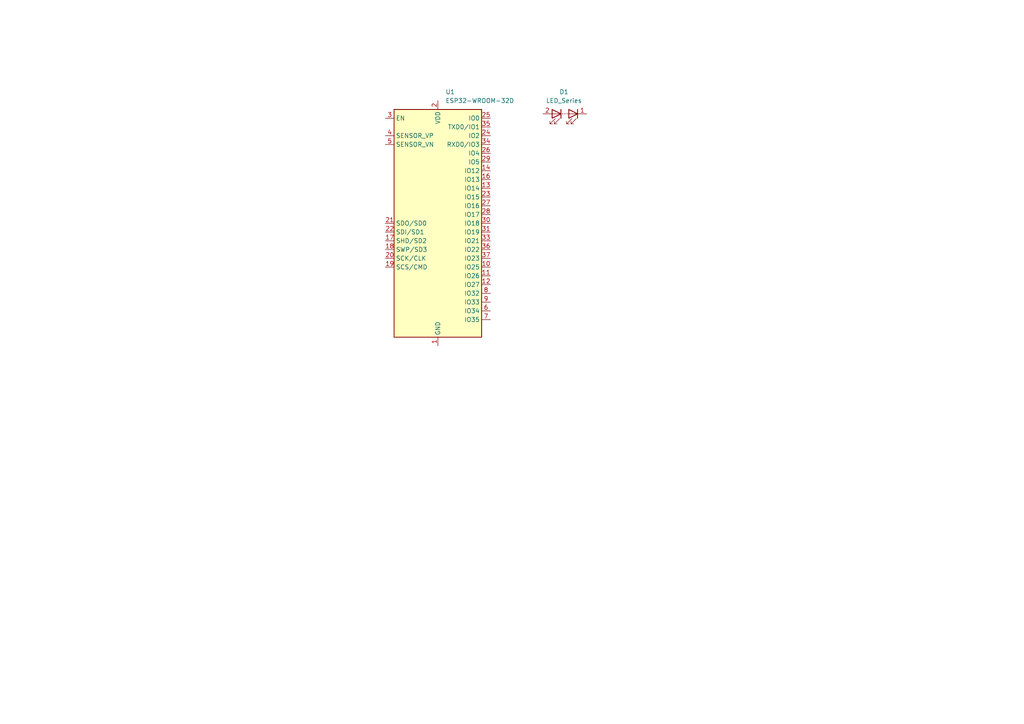
<source format=kicad_sch>
(kicad_sch (version 20231120) (generator "eeschema") (generator_version "8.0")
  (paper "A4")
  (lib_symbols
    (symbol "Device:LED_Series" (pin_names (offset 1.016) hide)
      (property "Reference" "D" (at 0 5.715 0))
      (property "Value" "LED_Series" (at 0 3.81 0))
      (symbol "LED_Series_0_1"
        (polyline (pts (xy -3.81 0) (xy -1.016 0)))
        (polyline (pts (xy -3.683 -1.27) (xy -3.683 1.27)) (stroke (width 0.254)))
        (polyline (pts (xy -0.508 0) (xy -0.762 0)))
        (polyline (pts (xy 0.127 0) (xy -0.127 0)))
        (polyline (pts (xy 0.508 0) (xy 0.762 0)))
        (polyline (pts (xy 1.016 0) (xy 3.81 0)))
        (polyline (pts (xy 1.143 -1.27) (xy 1.143 1.27)) (stroke (width 0.254)))
        (polyline (pts (xy -1.143 -1.27) (xy -1.143 1.27) (xy -3.683 0) (xy -1.143 -1.27)) (stroke (width 0.254)))
        (polyline (pts (xy 3.683 -1.27) (xy 3.683 1.27) (xy 1.143 0) (xy 3.683 -1.27)) (stroke (width 0.254)))
        (polyline (pts (xy -3.302 1.397) (xy -1.778 2.921) (xy -2.54 2.921) (xy -1.778 2.921) (xy -1.778 2.159)))
        (polyline (pts (xy -2.032 1.397) (xy -0.508 2.921) (xy -1.27 2.921) (xy -0.508 2.921) (xy -0.508 2.159)))
        (polyline (pts (xy 1.524 1.397) (xy 3.048 2.921) (xy 2.286 2.921) (xy 3.048 2.921) (xy 3.048 2.159)))
        (polyline (pts (xy 2.794 1.397) (xy 4.318 2.921) (xy 3.556 2.921) (xy 4.318 2.921) (xy 4.318 2.159)))
      )
      (symbol "LED_Series_1_1"
        (pin passive line (at -6.35 0 0) (length 2.54) (name "K") (number "1"))
        (pin passive line (at 6.35 0 180) (length 2.54) (name "A") (number "2"))
      )
    )
    (symbol "RF_Module:ESP32-WROOM-32D"
      (property "Reference" "U" (at -12.7 34.29 0))
      (property "Value" "ESP32-WROOM-32D" (at 1.27 34.29 0))
      (symbol "ESP32-WROOM-32D_0_1"
        (rectangle (start -12.7 33.02) (end 12.7 -33.02) (stroke (width 0.254)) (fill (type background)))
      )
      (symbol "ESP32-WROOM-32D_1_1"
        (pin power_in line (at 0 -35.56 90) (length 2.54) (name "GND") (number "1"))
        (pin bidirectional line (at 15.24 -12.7 180) (length 2.54) (name "IO25") (number "10"))
        (pin bidirectional line (at 15.24 -15.24 180) (length 2.54) (name "IO26") (number "11"))
        (pin bidirectional line (at 15.24 -17.78 180) (length 2.54) (name "IO27") (number "12"))
        (pin bidirectional line (at 15.24 10.16 180) (length 2.54) (name "IO14") (number "13"))
        (pin bidirectional line (at 15.24 15.24 180) (length 2.54) (name "IO12") (number "14"))
        (pin passive line (at 0 -35.56 90) (length 2.54) hide (name "GND") (number "15"))
        (pin bidirectional line (at 15.24 12.7 180) (length 2.54) (name "IO13") (number "16"))
        (pin bidirectional line (at -15.24 -5.08 0) (length 2.54) (name "SHD/SD2") (number "17"))
        (pin bidirectional line (at -15.24 -7.62 0) (length 2.54) (name "SWP/SD3") (number "18"))
        (pin bidirectional line (at -15.24 -12.7 0) (length 2.54) (name "SCS/CMD") (number "19"))
        (pin power_in line (at 0 35.56 270) (length 2.54) (name "VDD") (number "2"))
        (pin bidirectional line (at -15.24 -10.16 0) (length 2.54) (name "SCK/CLK") (number "20"))
        (pin bidirectional line (at -15.24 0 0) (length 2.54) (name "SDO/SD0") (number "21"))
        (pin bidirectional line (at -15.24 -2.54 0) (length 2.54) (name "SDI/SD1") (number "22"))
        (pin bidirectional line (at 15.24 7.62 180) (length 2.54) (name "IO15") (number "23"))
        (pin bidirectional line (at 15.24 25.4 180) (length 2.54) (name "IO2") (number "24"))
        (pin bidirectional line (at 15.24 30.48 180) (length 2.54) (name "IO0") (number "25"))
        (pin bidirectional line (at 15.24 20.32 180) (length 2.54) (name "IO4") (number "26"))
        (pin bidirectional line (at 15.24 5.08 180) (length 2.54) (name "IO16") (number "27"))
        (pin bidirectional line (at 15.24 2.54 180) (length 2.54) (name "IO17") (number "28"))
        (pin bidirectional line (at 15.24 17.78 180) (length 2.54) (name "IO5") (number "29"))
        (pin input line (at -15.24 30.48 0) (length 2.54) (name "EN") (number "3"))
        (pin bidirectional line (at 15.24 0 180) (length 2.54) (name "IO18") (number "30"))
        (pin bidirectional line (at 15.24 -2.54 180) (length 2.54) (name "IO19") (number "31"))
        (pin no_connect line (at -12.7 -27.94 0) (length 2.54) hide (name "NC") (number "32"))
        (pin bidirectional line (at 15.24 -5.08 180) (length 2.54) (name "IO21") (number "33"))
        (pin bidirectional line (at 15.24 22.86 180) (length 2.54) (name "RXD0/IO3") (number "34"))
        (pin bidirectional line (at 15.24 27.94 180) (length 2.54) (name "TXD0/IO1") (number "35"))
        (pin bidirectional line (at 15.24 -7.62 180) (length 2.54) (name "IO22") (number "36"))
        (pin bidirectional line (at 15.24 -10.16 180) (length 2.54) (name "IO23") (number "37"))
        (pin passive line (at 0 -35.56 90) (length 2.54) hide (name "GND") (number "38"))
        (pin passive line (at 0 -35.56 90) (length 2.54) hide (name "GND") (number "39"))
        (pin input line (at -15.24 25.4 0) (length 2.54) (name "SENSOR_VP") (number "4"))
        (pin input line (at -15.24 22.86 0) (length 2.54) (name "SENSOR_VN") (number "5"))
        (pin input line (at 15.24 -25.4 180) (length 2.54) (name "IO34") (number "6"))
        (pin input line (at 15.24 -27.94 180) (length 2.54) (name "IO35") (number "7"))
        (pin bidirectional line (at 15.24 -20.32 180) (length 2.54) (name "IO32") (number "8"))
        (pin bidirectional line (at 15.24 -22.86 180) (length 2.54) (name "IO33") (number "9"))
      )
    )
  )
  (symbol (lib_id "RF_Module:ESP32-WROOM-32D") (at 127 64.77 0) (unit 1)
    (property "Reference" "U1" (at 129.1941 26.67 0) (effects (justify left)))
    (property "Value" "ESP32-WROOM-32D" (at 129.1941 29.21 0) (effects (justify left)))
    (property "Footprint" "RF_Module:ESP32-WROOM-32D" (effects (hide yes)))
    (property "Datasheet" "https://www.espressif.com/sites/default/files/documentation/esp32-wroom-32d_esp32-wroom-32u_datasheet_en.pdf" (effects (hide yes)))
    (property "Description" "RF Module, ESP32-D0WD SoC, Wi-Fi 802.11b/g/n, Bluetooth, BLE, 32-bit, 2.7-3.6V, onboard antenna, SMD" (effects (hide yes)))
  )
  (symbol (lib_id "Device:LED_Series") (at 163.83 33.02 180) (unit 1)
    (property "Reference" "D1" (at 163.576 26.67 0))
    (property "Value" "LED_Series" (at 163.576 29.21 0))
    (property "Description" "Several LEDs in series" (effects (hide yes)))
  )
)
</source>
